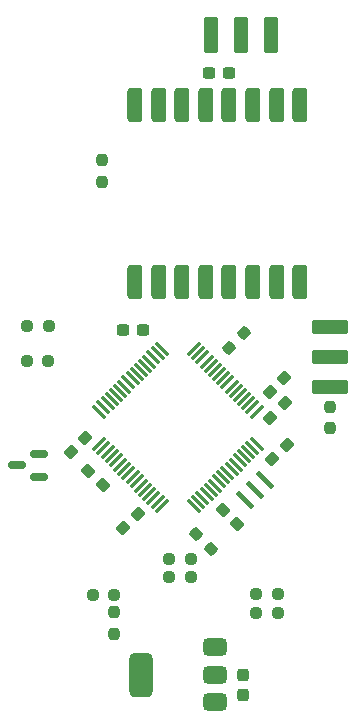
<source format=gbr>
%TF.GenerationSoftware,KiCad,Pcbnew,9.0.2*%
%TF.CreationDate,2025-06-24T13:56:40-05:00*%
%TF.ProjectId,Flight Computer,466c6967-6874-4204-936f-6d7075746572,rev?*%
%TF.SameCoordinates,Original*%
%TF.FileFunction,Paste,Bot*%
%TF.FilePolarity,Positive*%
%FSLAX46Y46*%
G04 Gerber Fmt 4.6, Leading zero omitted, Abs format (unit mm)*
G04 Created by KiCad (PCBNEW 9.0.2) date 2025-06-24 13:56:40*
%MOMM*%
%LPD*%
G01*
G04 APERTURE LIST*
G04 Aperture macros list*
%AMRoundRect*
0 Rectangle with rounded corners*
0 $1 Rounding radius*
0 $2 $3 $4 $5 $6 $7 $8 $9 X,Y pos of 4 corners*
0 Add a 4 corners polygon primitive as box body*
4,1,4,$2,$3,$4,$5,$6,$7,$8,$9,$2,$3,0*
0 Add four circle primitives for the rounded corners*
1,1,$1+$1,$2,$3*
1,1,$1+$1,$4,$5*
1,1,$1+$1,$6,$7*
1,1,$1+$1,$8,$9*
0 Add four rect primitives between the rounded corners*
20,1,$1+$1,$2,$3,$4,$5,0*
20,1,$1+$1,$4,$5,$6,$7,0*
20,1,$1+$1,$6,$7,$8,$9,0*
20,1,$1+$1,$8,$9,$2,$3,0*%
%AMRotRect*
0 Rectangle, with rotation*
0 The origin of the aperture is its center*
0 $1 length*
0 $2 width*
0 $3 Rotation angle, in degrees counterclockwise*
0 Add horizontal line*
21,1,$1,$2,0,0,$3*%
G04 Aperture macros list end*
%ADD10RoundRect,0.187500X-0.437500X-1.312500X0.437500X-1.312500X0.437500X1.312500X-0.437500X1.312500X0*%
%ADD11RoundRect,0.237500X-0.044194X-0.380070X0.380070X0.044194X0.044194X0.380070X-0.380070X-0.044194X0*%
%ADD12RoundRect,0.187500X1.312500X-0.437500X1.312500X0.437500X-1.312500X0.437500X-1.312500X-0.437500X0*%
%ADD13RoundRect,0.237500X0.237500X-0.250000X0.237500X0.250000X-0.237500X0.250000X-0.237500X-0.250000X0*%
%ADD14RoundRect,0.237500X-0.380070X0.044194X0.044194X-0.380070X0.380070X-0.044194X-0.044194X0.380070X0*%
%ADD15RoundRect,0.237500X0.250000X0.237500X-0.250000X0.237500X-0.250000X-0.237500X0.250000X-0.237500X0*%
%ADD16RoundRect,0.237500X0.344715X-0.008839X-0.008839X0.344715X-0.344715X0.008839X0.008839X-0.344715X0*%
%ADD17RoundRect,0.237500X-0.250000X-0.237500X0.250000X-0.237500X0.250000X0.237500X-0.250000X0.237500X0*%
%ADD18RoundRect,0.237500X-0.237500X0.300000X-0.237500X-0.300000X0.237500X-0.300000X0.237500X0.300000X0*%
%ADD19RotRect,0.400000X1.900000X45.000000*%
%ADD20RoundRect,0.237500X0.300000X0.237500X-0.300000X0.237500X-0.300000X-0.237500X0.300000X-0.237500X0*%
%ADD21RoundRect,0.150000X0.587500X0.150000X-0.587500X0.150000X-0.587500X-0.150000X0.587500X-0.150000X0*%
%ADD22RoundRect,0.237500X-0.237500X0.250000X-0.237500X-0.250000X0.237500X-0.250000X0.237500X0.250000X0*%
%ADD23RoundRect,0.317500X0.317500X-1.157500X0.317500X1.157500X-0.317500X1.157500X-0.317500X-1.157500X0*%
%ADD24RoundRect,0.237500X0.008839X0.344715X-0.344715X-0.008839X-0.008839X-0.344715X0.344715X0.008839X0*%
%ADD25RoundRect,0.237500X0.044194X0.380070X-0.380070X-0.044194X-0.044194X-0.380070X0.380070X0.044194X0*%
%ADD26RoundRect,0.075000X0.548008X-0.441942X-0.441942X0.548008X-0.548008X0.441942X0.441942X-0.548008X0*%
%ADD27RoundRect,0.075000X0.548008X0.441942X0.441942X0.548008X-0.548008X-0.441942X-0.441942X-0.548008X0*%
%ADD28RoundRect,0.375000X0.625000X0.375000X-0.625000X0.375000X-0.625000X-0.375000X0.625000X-0.375000X0*%
%ADD29RoundRect,0.500000X0.500000X1.400000X-0.500000X1.400000X-0.500000X-1.400000X0.500000X-1.400000X0*%
G04 APERTURE END LIST*
D10*
%TO.C,J506*%
X120550000Y-54350000D03*
X118010000Y-54350000D03*
X115470000Y-54350000D03*
%TD*%
D11*
%TO.C,C302*%
X120420000Y-84610000D03*
X121639760Y-83390240D03*
%TD*%
%TO.C,C303*%
X120650120Y-90279880D03*
X121869880Y-89060120D03*
%TD*%
D12*
%TO.C,J501*%
X125560000Y-84120000D03*
X125560000Y-81580000D03*
X125560000Y-79040001D03*
%TD*%
D13*
%TO.C,R401*%
X106230000Y-66772500D03*
X106230000Y-64947500D03*
%TD*%
D11*
%TO.C,C308*%
X120490120Y-86749880D03*
X121709880Y-85530120D03*
%TD*%
D14*
%TO.C,C304*%
X116440120Y-94560120D03*
X117659880Y-95779880D03*
%TD*%
D15*
%TO.C,R721*%
X113742500Y-100240000D03*
X111917500Y-100240000D03*
%TD*%
%TO.C,R501*%
X101690000Y-81960000D03*
X99865000Y-81960000D03*
%TD*%
D16*
%TO.C,R709*%
X115470000Y-97850000D03*
X114179530Y-96559530D03*
%TD*%
D17*
%TO.C,R722*%
X105427500Y-101720000D03*
X107252500Y-101720000D03*
%TD*%
D18*
%TO.C,C201*%
X118150000Y-108497499D03*
X118150000Y-110222501D03*
%TD*%
D17*
%TO.C,R705*%
X119302500Y-103240000D03*
X121127500Y-103240000D03*
%TD*%
D15*
%TO.C,R502*%
X101712500Y-78960000D03*
X99887500Y-78960000D03*
%TD*%
D19*
%TO.C,Y301*%
X118302944Y-93697056D03*
X119151472Y-92848528D03*
X120000000Y-92000000D03*
%TD*%
D20*
%TO.C,C601*%
X116987500Y-57580000D03*
X115262500Y-57580000D03*
%TD*%
D14*
%TO.C,C309*%
X105050000Y-91220000D03*
X106269760Y-92439760D03*
%TD*%
D17*
%TO.C,R720*%
X111927500Y-98680000D03*
X113752500Y-98680000D03*
%TD*%
D21*
%TO.C,D501*%
X100920000Y-89830000D03*
X100920000Y-91730000D03*
X99044999Y-90780000D03*
%TD*%
D22*
%TO.C,R723*%
X107220000Y-103222500D03*
X107220000Y-105047500D03*
%TD*%
D23*
%TO.C,U601*%
X123010000Y-75290000D03*
X121009999Y-75290000D03*
X119010000Y-75290000D03*
X117010000Y-75290000D03*
X115010000Y-75290000D03*
X113010000Y-75290000D03*
X111010001Y-75290000D03*
X109010000Y-75290000D03*
X109010000Y-60240000D03*
X111010001Y-60240000D03*
X113010000Y-60240000D03*
X115010000Y-60240000D03*
X117010000Y-60240000D03*
X119010000Y-60240000D03*
X121009999Y-60240000D03*
X123010000Y-60240000D03*
%TD*%
D22*
%TO.C,R302*%
X125550000Y-85810000D03*
X125550000Y-87635000D03*
%TD*%
D24*
%TO.C,R303*%
X118245235Y-79534765D03*
X116954765Y-80825235D03*
%TD*%
D25*
%TO.C,C306*%
X104789880Y-88450120D03*
X103570120Y-89669880D03*
%TD*%
D15*
%TO.C,R702*%
X121117500Y-101660000D03*
X119292500Y-101660000D03*
%TD*%
D25*
%TO.C,C305*%
X109259880Y-94900120D03*
X108040120Y-96119880D03*
%TD*%
D26*
%TO.C,U302*%
X119315533Y-88954467D03*
X118961980Y-89308020D03*
X118608427Y-89661573D03*
X118254873Y-90015127D03*
X117901320Y-90368680D03*
X117547766Y-90722234D03*
X117194213Y-91075787D03*
X116840660Y-91429340D03*
X116487106Y-91782894D03*
X116133553Y-92136447D03*
X115780000Y-92490000D03*
X115426446Y-92843554D03*
X115072893Y-93197107D03*
X114719339Y-93550661D03*
X114365786Y-93904214D03*
X114012233Y-94257767D03*
D27*
X111289871Y-94257767D03*
X110936318Y-93904214D03*
X110582765Y-93550661D03*
X110229211Y-93197107D03*
X109875658Y-92843554D03*
X109522104Y-92490000D03*
X109168551Y-92136447D03*
X108814998Y-91782894D03*
X108461444Y-91429340D03*
X108107891Y-91075787D03*
X107754338Y-90722234D03*
X107400784Y-90368680D03*
X107047231Y-90015127D03*
X106693677Y-89661573D03*
X106340124Y-89308020D03*
X105986571Y-88954467D03*
D26*
X105986571Y-86232105D03*
X106340124Y-85878552D03*
X106693677Y-85524999D03*
X107047231Y-85171445D03*
X107400784Y-84817892D03*
X107754338Y-84464338D03*
X108107891Y-84110785D03*
X108461444Y-83757232D03*
X108814998Y-83403678D03*
X109168551Y-83050125D03*
X109522104Y-82696572D03*
X109875658Y-82343018D03*
X110229211Y-81989465D03*
X110582765Y-81635911D03*
X110936318Y-81282358D03*
X111289871Y-80928805D03*
D27*
X114012233Y-80928805D03*
X114365786Y-81282358D03*
X114719339Y-81635911D03*
X115072893Y-81989465D03*
X115426446Y-82343018D03*
X115780000Y-82696572D03*
X116133553Y-83050125D03*
X116487106Y-83403678D03*
X116840660Y-83757232D03*
X117194213Y-84110785D03*
X117547766Y-84464338D03*
X117901320Y-84817892D03*
X118254873Y-85171445D03*
X118608427Y-85524999D03*
X118961980Y-85878552D03*
X119315533Y-86232105D03*
%TD*%
D28*
%TO.C,U201*%
X115820000Y-106200000D03*
X115819999Y-108500000D03*
D29*
X109520001Y-108500000D03*
D28*
X115820000Y-110800000D03*
%TD*%
D20*
%TO.C,C307*%
X109705002Y-79350000D03*
X107980000Y-79350000D03*
%TD*%
M02*

</source>
